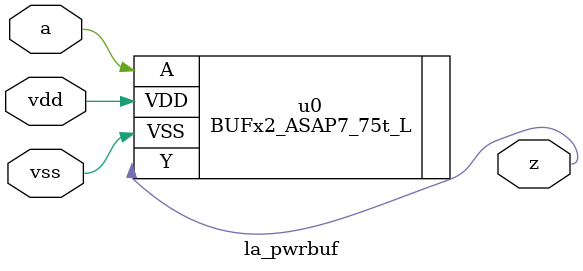
<source format=v>

module la_pwrbuf #(
    parameter PROP = "DEFAULT"
) (
    input  vdd,
    input  vss,
    input  a,
    output z
);

  BUFx2_ASAP7_75t_L u0 (
      .A  (a),
      .Y  (z),
      .VSS(vss),
      .VDD(vdd)
  );

endmodule

</source>
